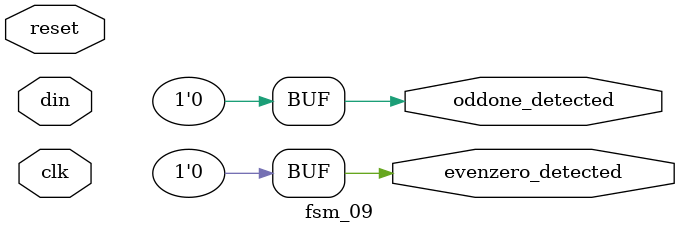
<source format=v>
`timescale 1ns / 1ps

module fsm_09(
input clk,reset,din,
output reg evenzero_detected,oddone_detected);

    reg [1:0] state,next_state;
    
    parameter  
    a=3'd0,
    b=3'd1,
    c=3'd2,
    d=3'd3;
    
  always@(posedge clk or posedge reset) begin
      if(reset)begin
         state<=a;
      end else
         state<=next_state;
      end
   always@(*)begin
       next_state=state;
       evenzero_detected=0;
       oddone_detected=0;
       case (state)
       a:begin
       if(din)
       next_state=b;
       else
       next_state=c;
       end
       b:begin
       if(din)
       next_state=a;
       else
       next_state=d;
       end
       c:begin
       if(din)
       next_state=d;
       else
       next_state=a;
       end
       d:begin
       if(din)
       next_state=c;
       else
       next_state=b;
       end
       endcase
       end
 always@(*)begin
 //even number of 0's
   evenzero_detected=(state==a||state==b);
 //odd no of 1s
   oddone_detected=(state==b||state==d);
end

endmodule
</source>
